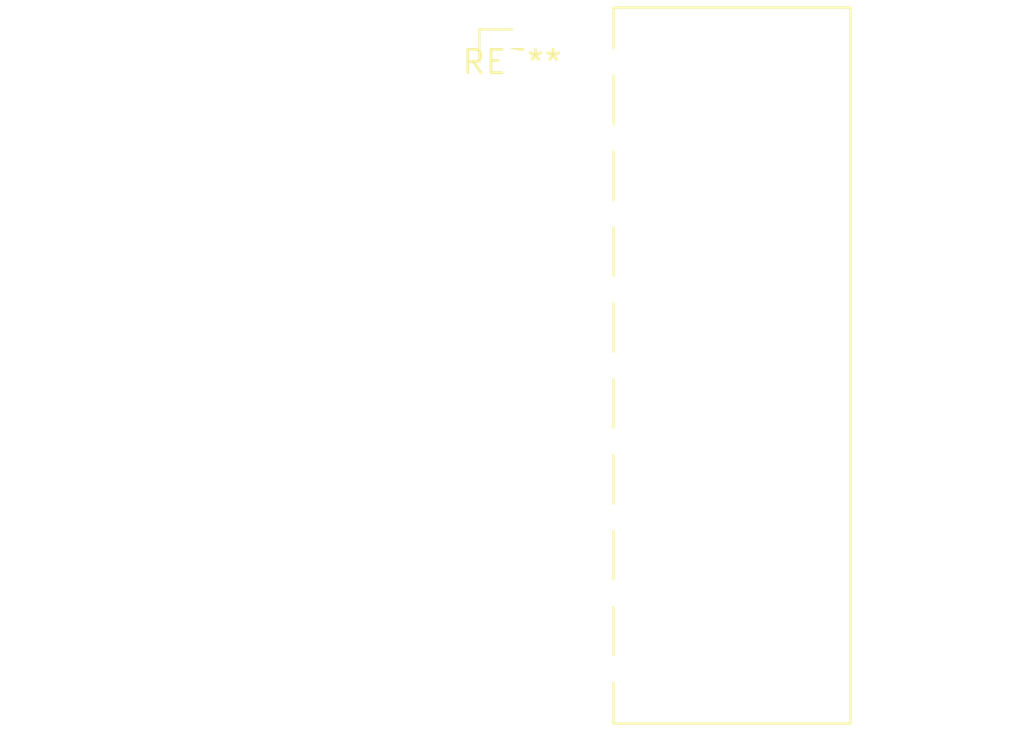
<source format=kicad_pcb>
(kicad_pcb (version 20240108) (generator pcbnew)
  (layers (0 "F.Cu" signal) (31 "B.Cu" signal) (34 "B.Paste" user) (35 "F.Paste" user) (36 "B.SilkS" user "B.Silkscreen") (37 "F.SilkS" user "F.Silkscreen") (38 "B.Mask" user) (39 "F.Mask" user) (44 "Edge.Cuts" user))
  (net 0 "")
  (footprint "TE_MATE-N-LOK_1-794105-x_2x09_P4.14mm_Horizontal" (layer "F.Cu") (at 0 0)
    (property "Reference" "REF**")
    (property "Value" "TE_MATE-N-LOK_1-794105-x_2x09_P4.14mm_Horizontal")
    (fp_line (start -1.78 -1.78) (end -1.78 0) (layer "F.SilkS") (stroke (width 0.12)))
    (fp_line (start 0 -1.78) (end -1.78 -1.78) (layer "F.SilkS") (stroke (width 0.12)))
    (fp_line (start 5.53 -2.97) (end 18.45 -2.97) (layer "F.SilkS") (stroke (width 0.12)))
    (fp_line (start 5.53 -0.751199) (end 5.53 -2.97) (layer "F.SilkS") (stroke (width 0.12)))
    (fp_line (start 5.53 0.751199) (end 5.53 3.388801) (layer "F.SilkS") (stroke (width 0.12)))
    (fp_line (start 5.53 4.891199) (end 5.53 7.528801) (layer "F.SilkS") (stroke (width 0.12)))
    (fp_line (start 5.53 9.031199) (end 5.53 11.668801) (layer "F.SilkS") (stroke (width 0.12)))
    (fp_line (start 5.53 13.171199) (end 5.53 15.808801) (layer "F.SilkS") (stroke (width 0.12)))
    (fp_line (start 5.53 17.311199) (end 5.53 19.948801) (layer "F.SilkS") (stroke (width 0.12)))
    (fp_line (start 5.53 21.451199) (end 5.53 24.088801) (layer "F.SilkS") (stroke (width 0.12)))
    (fp_line (start 5.53 25.591199) (end 5.53 28.228801) (layer "F.SilkS") (stroke (width 0.12)))
    (fp_line (start 5.53 29.731199) (end 5.53 32.368801) (layer "F.SilkS") (stroke (width 0.12)))
    (fp_line (start 5.53 36.09) (end 5.53 33.871199) (layer "F.SilkS") (stroke (width 0.12)))
    (fp_line (start 18.45 -2.97) (end 18.45 36.09) (layer "F.SilkS") (stroke (width 0.12)))
    (fp_line (start 18.45 36.09) (end 5.53 36.09) (layer "F.SilkS") (stroke (width 0.12)))
    (pad "" np_thru_hole circle (at 11.48 8.28) (size 3.86 3.86) (drill 3.86) (layers *.Cu *.Mask))
    (pad "" np_thru_hole circle (at 11.48 24.84) (size 3.86 3.86) (drill 3.86) (layers *.Cu *.Mask))
    (pad "1" thru_hole roundrect (at 0 0) (size 2.64 2.64) (drill 1.4) (layers *.Cu *.Mask) (remove_unused_layers) (roundrect_rratio 0.094697))
    (pad "2" thru_hole circle (at 0 4.14) (size 2.64 2.64) (drill 1.4) (layers *.Cu *.Mask) (remove_unused_layers))
    (pad "3" thru_hole circle (at 0 8.28) (size 2.64 2.64) (drill 1.4) (layers *.Cu *.Mask) (remove_unused_layers))
    (pad "4" thru_hole circle (at 0 12.42) (size 2.64 2.64) (drill 1.4) (layers *.Cu *.Mask) (remove_unused_layers))
    (pad "5" thru_hole circle (at 0 16.56) (size 2.64 2.64) (drill 1.4) (layers *.Cu *.Mask) (remove_unused_layers))
    (pad "6" thru_hole circle (at 0 20.7) (size 2.64 2.64) (drill 1.4) (layers *.Cu *.Mask) (remove_unused_layers))
    (pad "7" thru_hole circle (at 0 24.84) (size 2.64 2.64) (drill 1.4) (layers *.Cu *.Mask) (remove_unused_layers))
    (pad "8" thru_hole circle (at 0 28.98) (size 2.64 2.64) (drill 1.4) (layers *.Cu *.Mask) (remove_unused_layers))
    (pad "9" thru_hole circle (at 0 33.12) (size 2.64 2.64) (drill 1.4) (layers *.Cu *.Mask) (remove_unused_layers))
    (pad "10" thru_hole circle (at 4.14 0) (size 2.64 2.64) (drill 1.4) (layers *.Cu *.Mask) (remove_unused_layers))
    (pad "11" thru_hole circle (at 4.14 4.14) (size 2.64 2.64) (drill 1.4) (layers *.Cu *.Mask) (remove_unused_layers))
    (pad "12" thru_hole circle (at 4.14 8.28) (size 2.64 2.64) (drill 1.4) (layers *.Cu *.Mask) (remove_unused_layers))
    (pad "13" thru_hole circle (at 4.14 12.42) (size 2.64 2.64) (drill 1.4) (layers *.Cu *.Mask) (remove_unused_layers))
    (pad "14" thru_hole circle (at 4.14 16.56) (size 2.64 2.64) (drill 1.4) (layers *.Cu *.Mask) (remove_unused_layers))
    (pad "15" thru_hole circle (at 4.14 20.7) (size 2.64 2.64) (drill 1.4) (layers *.Cu *.Mask) (remove_unused_layers))
    (pad "16" thru_hole circle (at 4.14 24.84) (size 2.64 2.64) (drill 1.4) (layers *.Cu *.Mask) (remove_unused_layers))
    (pad "17" thru_hole circle (at 4.14 28.98) (size 2.64 2.64) (drill 1.4) (layers *.Cu *.Mask) (remove_unused_layers))
    (pad "18" thru_hole circle (at 4.14 33.12) (size 2.64 2.64) (drill 1.4) (layers *.Cu *.Mask) (remove_unused_layers))
  )
)
</source>
